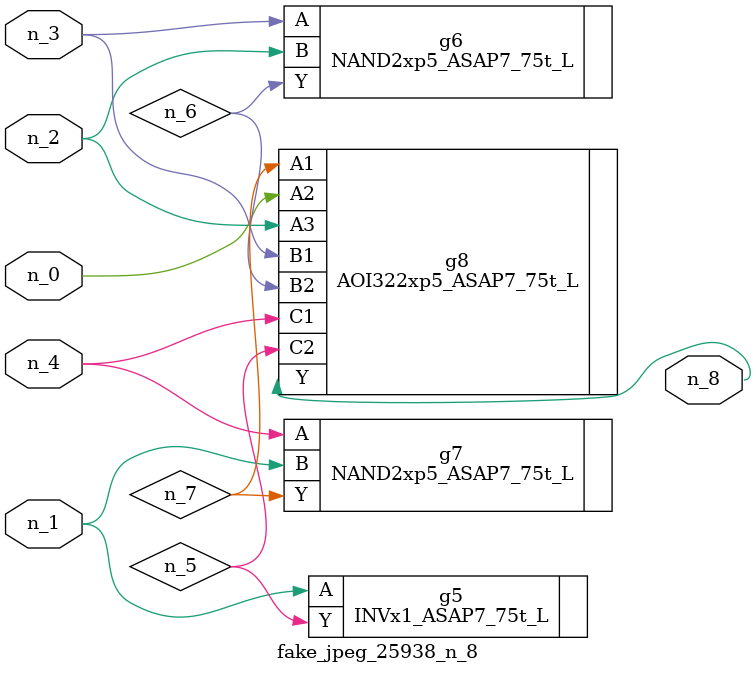
<source format=v>
module fake_jpeg_25938_n_8 (n_3, n_2, n_1, n_0, n_4, n_8);

input n_3;
input n_2;
input n_1;
input n_0;
input n_4;

output n_8;

wire n_6;
wire n_5;
wire n_7;

INVx1_ASAP7_75t_L g5 ( 
.A(n_1),
.Y(n_5)
);

NAND2xp5_ASAP7_75t_L g6 ( 
.A(n_3),
.B(n_2),
.Y(n_6)
);

NAND2xp5_ASAP7_75t_L g7 ( 
.A(n_4),
.B(n_1),
.Y(n_7)
);

AOI322xp5_ASAP7_75t_L g8 ( 
.A1(n_7),
.A2(n_0),
.A3(n_2),
.B1(n_3),
.B2(n_6),
.C1(n_4),
.C2(n_5),
.Y(n_8)
);


endmodule
</source>
